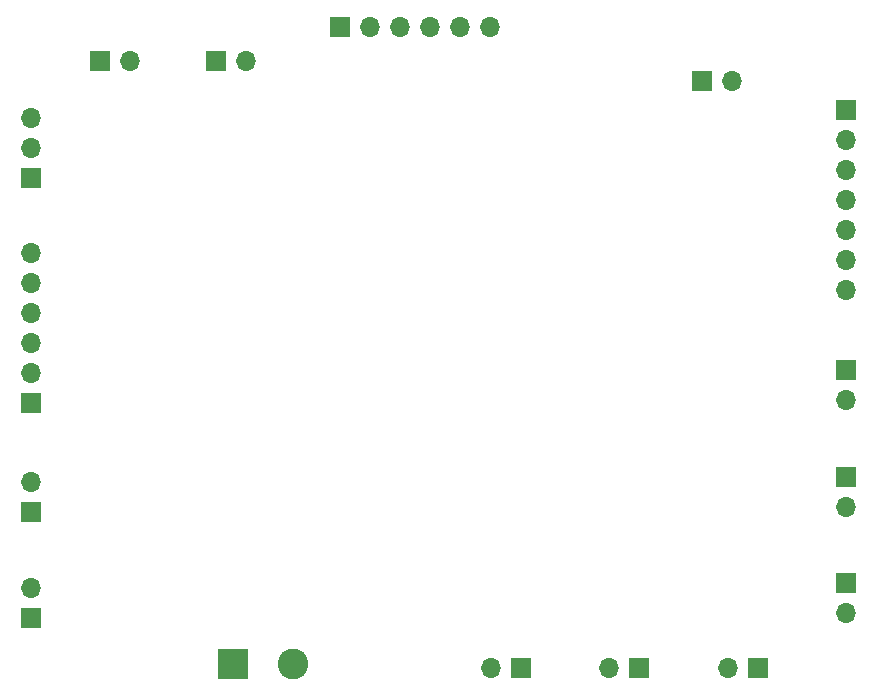
<source format=gbr>
%TF.GenerationSoftware,KiCad,Pcbnew,7.0.10*%
%TF.CreationDate,2024-03-09T05:04:33-09:00*%
%TF.ProjectId,SP_V.1.7.5_Board,53505f56-2e31-42e3-972e-355f426f6172,rev?*%
%TF.SameCoordinates,Original*%
%TF.FileFunction,Soldermask,Bot*%
%TF.FilePolarity,Negative*%
%FSLAX46Y46*%
G04 Gerber Fmt 4.6, Leading zero omitted, Abs format (unit mm)*
G04 Created by KiCad (PCBNEW 7.0.10) date 2024-03-09 05:04:33*
%MOMM*%
%LPD*%
G01*
G04 APERTURE LIST*
%ADD10R,1.700000X1.700000*%
%ADD11O,1.700000X1.700000*%
%ADD12R,2.600000X2.600000*%
%ADD13C,2.600000*%
G04 APERTURE END LIST*
D10*
%TO.C,J13*%
X176000000Y-65000000D03*
D11*
X176000000Y-67540000D03*
X176000000Y-70080000D03*
X176000000Y-72620000D03*
X176000000Y-75160000D03*
X176000000Y-77700000D03*
X176000000Y-80240000D03*
%TD*%
D10*
%TO.C,J1*%
X163750000Y-62520000D03*
D11*
X166290000Y-62520000D03*
%TD*%
D10*
%TO.C,J9*%
X112810000Y-60830000D03*
D11*
X115350000Y-60830000D03*
%TD*%
D10*
%TO.C,J8*%
X133150000Y-57900000D03*
D11*
X135690000Y-57900000D03*
X138230000Y-57900000D03*
X140770000Y-57900000D03*
X143310000Y-57900000D03*
X145850000Y-57900000D03*
%TD*%
D10*
%TO.C,J6*%
X106975000Y-89750000D03*
D11*
X106975000Y-87210000D03*
X106975000Y-84670000D03*
X106975000Y-82130000D03*
X106975000Y-79590000D03*
X106975000Y-77050000D03*
%TD*%
D10*
%TO.C,J10*%
X106975000Y-70725000D03*
D11*
X106975000Y-68185000D03*
X106975000Y-65645000D03*
%TD*%
D10*
%TO.C,J15*%
X175975000Y-96000000D03*
D11*
X175975000Y-98540000D03*
%TD*%
D10*
%TO.C,J19*%
X176000000Y-105000000D03*
D11*
X176000000Y-107540000D03*
%TD*%
D10*
%TO.C,J14*%
X122620000Y-60810000D03*
D11*
X125160000Y-60810000D03*
%TD*%
D10*
%TO.C,J16*%
X106975000Y-99000000D03*
D11*
X106975000Y-96460000D03*
%TD*%
D10*
%TO.C,J2*%
X158500000Y-112225000D03*
D11*
X155960000Y-112225000D03*
%TD*%
D10*
%TO.C,J3*%
X148500000Y-112225000D03*
D11*
X145960000Y-112225000D03*
%TD*%
D12*
%TO.C,J12*%
X124100000Y-111875000D03*
D13*
X129180000Y-111875000D03*
%TD*%
D10*
%TO.C,J4*%
X176000000Y-87000000D03*
D11*
X176000000Y-89540000D03*
%TD*%
D10*
%TO.C,J17*%
X106975000Y-108000000D03*
D11*
X106975000Y-105460000D03*
%TD*%
D10*
%TO.C,J5*%
X168500000Y-112225000D03*
D11*
X165960000Y-112225000D03*
%TD*%
M02*

</source>
